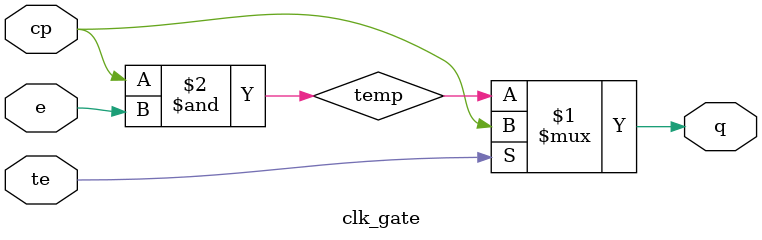
<source format=sv>

module clk_gate (
  input  logic cp ,
  input  logic e  ,
  input  logic te ,
  output logic q
);

  //////////////////////////////////////////////////////////////////////////////////////////////////
  //-SIGNALS
  //////////////////////////////////////////////////////////////////////////////////////////////////

  logic temp;

  //////////////////////////////////////////////////////////////////////////////////////////////////
  //-ASSIGNMENTS
  //////////////////////////////////////////////////////////////////////////////////////////////////

  assign q = te?cp:temp;
  and(temp,cp,e);

endmodule

</source>
